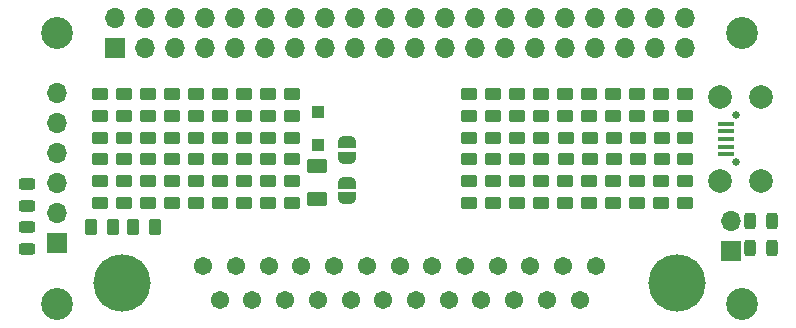
<source format=gbr>
%TF.GenerationSoftware,KiCad,Pcbnew,(7.0.0-0)*%
%TF.CreationDate,2024-04-04T12:15:59-05:00*%
%TF.ProjectId,rascsi_zero,72617363-7369-45f7-9a65-726f2e6b6963,rev?*%
%TF.SameCoordinates,PX59d60c0PY325aa00*%
%TF.FileFunction,Soldermask,Top*%
%TF.FilePolarity,Negative*%
%FSLAX46Y46*%
G04 Gerber Fmt 4.6, Leading zero omitted, Abs format (unit mm)*
G04 Created by KiCad (PCBNEW (7.0.0-0)) date 2024-04-04 12:15:59*
%MOMM*%
%LPD*%
G01*
G04 APERTURE LIST*
G04 Aperture macros list*
%AMRoundRect*
0 Rectangle with rounded corners*
0 $1 Rounding radius*
0 $2 $3 $4 $5 $6 $7 $8 $9 X,Y pos of 4 corners*
0 Add a 4 corners polygon primitive as box body*
4,1,4,$2,$3,$4,$5,$6,$7,$8,$9,$2,$3,0*
0 Add four circle primitives for the rounded corners*
1,1,$1+$1,$2,$3*
1,1,$1+$1,$4,$5*
1,1,$1+$1,$6,$7*
1,1,$1+$1,$8,$9*
0 Add four rect primitives between the rounded corners*
20,1,$1+$1,$2,$3,$4,$5,0*
20,1,$1+$1,$4,$5,$6,$7,0*
20,1,$1+$1,$6,$7,$8,$9,0*
20,1,$1+$1,$8,$9,$2,$3,0*%
%AMFreePoly0*
4,1,19,0.500000,-0.750000,0.000000,-0.750000,0.000000,-0.744911,-0.071157,-0.744911,-0.207708,-0.704816,-0.327430,-0.627875,-0.420627,-0.520320,-0.479746,-0.390866,-0.500000,-0.250000,-0.500000,0.250000,-0.479746,0.390866,-0.420627,0.520320,-0.327430,0.627875,-0.207708,0.704816,-0.071157,0.744911,0.000000,0.744911,0.000000,0.750000,0.500000,0.750000,0.500000,-0.750000,0.500000,-0.750000,
$1*%
%AMFreePoly1*
4,1,19,0.000000,0.744911,0.071157,0.744911,0.207708,0.704816,0.327430,0.627875,0.420627,0.520320,0.479746,0.390866,0.500000,0.250000,0.500000,-0.250000,0.479746,-0.390866,0.420627,-0.520320,0.327430,-0.627875,0.207708,-0.704816,0.071157,-0.744911,0.000000,-0.744911,0.000000,-0.750000,-0.500000,-0.750000,-0.500000,0.750000,0.000000,0.750000,0.000000,0.744911,0.000000,0.744911,
$1*%
G04 Aperture macros list end*
%ADD10RoundRect,0.243750X-0.456250X0.243750X-0.456250X-0.243750X0.456250X-0.243750X0.456250X0.243750X0*%
%ADD11RoundRect,0.243750X0.243750X0.456250X-0.243750X0.456250X-0.243750X-0.456250X0.243750X-0.456250X0*%
%ADD12R,1.700000X1.700000*%
%ADD13O,1.700000X1.700000*%
%ADD14C,2.700000*%
%ADD15RoundRect,0.250000X-0.625000X0.375000X-0.625000X-0.375000X0.625000X-0.375000X0.625000X0.375000X0*%
%ADD16RoundRect,0.250000X-0.450000X0.262500X-0.450000X-0.262500X0.450000X-0.262500X0.450000X0.262500X0*%
%ADD17RoundRect,0.250000X0.262500X0.450000X-0.262500X0.450000X-0.262500X-0.450000X0.262500X-0.450000X0*%
%ADD18R,1.100000X1.100000*%
%ADD19RoundRect,0.250000X0.450000X-0.262500X0.450000X0.262500X-0.450000X0.262500X-0.450000X-0.262500X0*%
%ADD20FreePoly0,270.000000*%
%ADD21FreePoly1,270.000000*%
%ADD22C,0.650000*%
%ADD23R,1.400000X0.400000*%
%ADD24C,2.000000*%
%ADD25C,1.545000*%
%ADD26C,4.845000*%
G04 APERTURE END LIST*
D10*
%TO.C,D3*%
X81273000Y-9651500D03*
X81273000Y-11526500D03*
%TD*%
D11*
%TO.C,D1*%
X144313500Y-11478000D03*
X142438500Y-11478000D03*
%TD*%
%TO.C,D2*%
X144313500Y-9192000D03*
X142438500Y-9192000D03*
%TD*%
D12*
%TO.C,J1*%
X88669999Y5529999D03*
D13*
X88669999Y8069999D03*
X91209999Y5529999D03*
X91209999Y8069999D03*
X93749999Y5529999D03*
X93749999Y8069999D03*
X96289999Y5529999D03*
X96289999Y8069999D03*
X98829999Y5529999D03*
X98829999Y8069999D03*
X101369999Y5529999D03*
X101369999Y8069999D03*
X103909999Y5529999D03*
X103909999Y8069999D03*
X106449999Y5529999D03*
X106449999Y8069999D03*
X108989999Y5529999D03*
X108989999Y8069999D03*
X111529999Y5529999D03*
X111529999Y8069999D03*
X114069999Y5529999D03*
X114069999Y8069999D03*
X116609999Y5529999D03*
X116609999Y8069999D03*
X119149999Y5529999D03*
X119149999Y8069999D03*
X121689999Y5529999D03*
X121689999Y8069999D03*
X124229999Y5529999D03*
X124229999Y8069999D03*
X126769999Y5529999D03*
X126769999Y8069999D03*
X129309999Y5529999D03*
X129309999Y8069999D03*
X131849999Y5529999D03*
X131849999Y8069999D03*
X134389999Y5529999D03*
X134389999Y8069999D03*
X136929999Y5529999D03*
X136929999Y8069999D03*
%TD*%
D14*
%TO.C,H1*%
X83800000Y6800000D03*
%TD*%
%TO.C,H3*%
X83800000Y-16200000D03*
%TD*%
%TO.C,H4*%
X141800000Y-16200000D03*
%TD*%
%TO.C,H2*%
X141800000Y6800000D03*
%TD*%
D15*
%TO.C,FUSE1*%
X105794160Y-4510320D03*
X105794160Y-7310320D03*
%TD*%
D16*
%TO.C,R2*%
X118672224Y1587780D03*
X118672224Y-237220D03*
%TD*%
D17*
%TO.C,R3*%
X88512000Y-9700000D03*
X86687000Y-9700000D03*
%TD*%
%TO.C,R4*%
X92091500Y-9700000D03*
X90266500Y-9700000D03*
%TD*%
D18*
%TO.C,D5*%
X105859999Y-2749999D03*
X105859999Y49999D03*
%TD*%
D10*
%TO.C,D4*%
X81273000Y-6017000D03*
X81273000Y-7892000D03*
%TD*%
D16*
%TO.C,R1*%
X118672224Y-2101640D03*
X118672224Y-3926640D03*
%TD*%
%TO.C,R49*%
X95549390Y-2101640D03*
X95549390Y-3926640D03*
%TD*%
%TO.C,R48*%
X97586320Y-2101640D03*
X97586320Y-3926640D03*
%TD*%
%TO.C,R47*%
X99623250Y-2101640D03*
X99623250Y-3926640D03*
%TD*%
%TO.C,R46*%
X101660180Y-2101640D03*
X101660180Y-3926640D03*
%TD*%
%TO.C,R45*%
X103697110Y-2101640D03*
X103697110Y-3926640D03*
%TD*%
%TO.C,R44*%
X87401660Y-2101640D03*
X87401660Y-3926640D03*
%TD*%
%TO.C,R43*%
X89438600Y-2101640D03*
X89438600Y-3926640D03*
%TD*%
%TO.C,R42*%
X91475530Y-2101640D03*
X91475530Y-3926640D03*
%TD*%
%TO.C,R41*%
X93512460Y-2101640D03*
X93512460Y-3926640D03*
%TD*%
D19*
%TO.C,R31*%
X95536328Y-7616060D03*
X95536328Y-5791060D03*
%TD*%
%TO.C,R30*%
X97569992Y-7616060D03*
X97569992Y-5791060D03*
%TD*%
%TO.C,R29*%
X99603656Y-7616060D03*
X99603656Y-5791060D03*
%TD*%
%TO.C,R28*%
X101637320Y-7616060D03*
X101637320Y-5791060D03*
%TD*%
%TO.C,R27*%
X103670984Y-7616060D03*
X103670984Y-5791060D03*
%TD*%
%TO.C,R26*%
X87401660Y-7616060D03*
X87401660Y-5791060D03*
%TD*%
%TO.C,R25*%
X89435336Y-7616060D03*
X89435336Y-5791060D03*
%TD*%
%TO.C,R24*%
X91469000Y-7616060D03*
X91469000Y-5791060D03*
%TD*%
%TO.C,R23*%
X93502664Y-7616060D03*
X93502664Y-5791060D03*
%TD*%
%TO.C,R13*%
X95567398Y-237220D03*
X95567398Y1587780D03*
%TD*%
%TO.C,R12*%
X97598672Y-237220D03*
X97598672Y1587780D03*
%TD*%
%TO.C,R11*%
X99629946Y-237220D03*
X99629946Y1587780D03*
%TD*%
%TO.C,R10*%
X101661220Y-237220D03*
X101661220Y1587780D03*
%TD*%
%TO.C,R9*%
X103692494Y-237220D03*
X103692494Y1587780D03*
%TD*%
%TO.C,R8*%
X87401660Y-237220D03*
X87401660Y1587780D03*
%TD*%
%TO.C,R7*%
X89473576Y-237220D03*
X89473576Y1587780D03*
%TD*%
%TO.C,R6*%
X91504850Y-237220D03*
X91504850Y1587780D03*
%TD*%
%TO.C,R5*%
X93536124Y-237220D03*
X93536124Y1587780D03*
%TD*%
D16*
%TO.C,R58*%
X120735280Y-2101640D03*
X120735280Y-3926640D03*
%TD*%
%TO.C,R57*%
X122772210Y-2101640D03*
X122772210Y-3926640D03*
%TD*%
%TO.C,R56*%
X124809140Y-2101640D03*
X124809140Y-3926640D03*
%TD*%
%TO.C,R55*%
X126846070Y-2101640D03*
X126846070Y-3926640D03*
%TD*%
%TO.C,R54*%
X128883000Y-2101640D03*
X128883000Y-3926640D03*
%TD*%
%TO.C,R53*%
X130919930Y-2101640D03*
X130919930Y-3926640D03*
%TD*%
%TO.C,R52*%
X132956860Y-2101640D03*
X132956860Y-3926640D03*
%TD*%
%TO.C,R51*%
X134993790Y-2101640D03*
X134993790Y-3926640D03*
%TD*%
%TO.C,R50*%
X136975200Y-2101640D03*
X136975200Y-3926640D03*
%TD*%
D19*
%TO.C,R40*%
X120705888Y-7616060D03*
X120705888Y-5791060D03*
%TD*%
%TO.C,R39*%
X122739552Y-7616060D03*
X122739552Y-5791060D03*
%TD*%
%TO.C,R38*%
X124773216Y-7616060D03*
X124773216Y-5791060D03*
%TD*%
%TO.C,R37*%
X126806880Y-7616060D03*
X126806880Y-5791060D03*
%TD*%
%TO.C,R36*%
X128840544Y-7616060D03*
X128840544Y-5791060D03*
%TD*%
%TO.C,R35*%
X130874208Y-7616060D03*
X130874208Y-5791060D03*
%TD*%
%TO.C,R34*%
X132907872Y-7616060D03*
X132907872Y-5791060D03*
%TD*%
%TO.C,R33*%
X134941536Y-7616060D03*
X134941536Y-5791060D03*
%TD*%
%TO.C,R32*%
X136975200Y-7616060D03*
X136975200Y-5791060D03*
%TD*%
%TO.C,R22*%
X120725008Y-237220D03*
X120725008Y1587780D03*
%TD*%
%TO.C,R21*%
X122756282Y-237220D03*
X122756282Y1587780D03*
%TD*%
%TO.C,R20*%
X124787556Y-237220D03*
X124787556Y1587780D03*
%TD*%
%TO.C,R19*%
X126818830Y-237220D03*
X126818830Y1587780D03*
%TD*%
%TO.C,R18*%
X128850104Y-237220D03*
X128850104Y1587780D03*
%TD*%
%TO.C,R17*%
X130881378Y-237220D03*
X130881378Y1587780D03*
%TD*%
%TO.C,R16*%
X132912652Y-237220D03*
X132912652Y1587780D03*
%TD*%
%TO.C,R15*%
X134943926Y-237220D03*
X134943926Y1587780D03*
%TD*%
%TO.C,R14*%
X136975200Y-237220D03*
X136975200Y1587780D03*
%TD*%
D20*
%TO.C,JP1*%
X108310000Y-5900400D03*
D21*
X108310000Y-7200400D03*
%TD*%
D20*
%TO.C,JP2*%
X108310000Y-2500000D03*
D21*
X108310000Y-3800000D03*
%TD*%
D16*
%TO.C,R59*%
X118672224Y-5791060D03*
X118672224Y-7616060D03*
%TD*%
D12*
%TO.C,J4*%
X83809999Y-10979999D03*
D13*
X83809999Y-8439999D03*
X83809999Y-5899999D03*
X83809999Y-3359999D03*
X83809999Y-819999D03*
X83809999Y1719999D03*
%TD*%
D22*
%TO.C,J3*%
X141270000Y-4200000D03*
X141270000Y-200000D03*
D23*
X140449999Y-3499999D03*
X140449999Y-2849999D03*
X140449999Y-2199999D03*
X140449999Y-1549999D03*
X140449999Y-899999D03*
D24*
X143400000Y-5775000D03*
X143400000Y1375000D03*
X139950000Y1375000D03*
X139950000Y-5775000D03*
%TD*%
D25*
%TO.C,J6*%
X129420000Y-13002000D03*
X126650000Y-13002000D03*
X123880000Y-13002000D03*
X121110000Y-13002000D03*
X118340000Y-13002000D03*
X115570000Y-13002000D03*
X112800000Y-13002000D03*
X110030000Y-13002000D03*
X107260000Y-13002000D03*
X104490000Y-13002000D03*
X101720000Y-13002000D03*
X98950000Y-13002000D03*
X96180000Y-13002000D03*
X128035000Y-15842000D03*
X125265000Y-15842000D03*
X122495000Y-15842000D03*
X119725000Y-15842000D03*
X116955000Y-15842000D03*
X114185000Y-15842000D03*
X111415000Y-15842000D03*
X108645000Y-15842000D03*
X105875000Y-15842000D03*
X103105000Y-15842000D03*
X100335000Y-15842000D03*
X97565000Y-15842000D03*
D26*
X136320000Y-14422000D03*
X89280000Y-14422000D03*
%TD*%
D12*
%TO.C,J2*%
X140835999Y-11731999D03*
D13*
X140835999Y-9191999D03*
%TD*%
M02*

</source>
